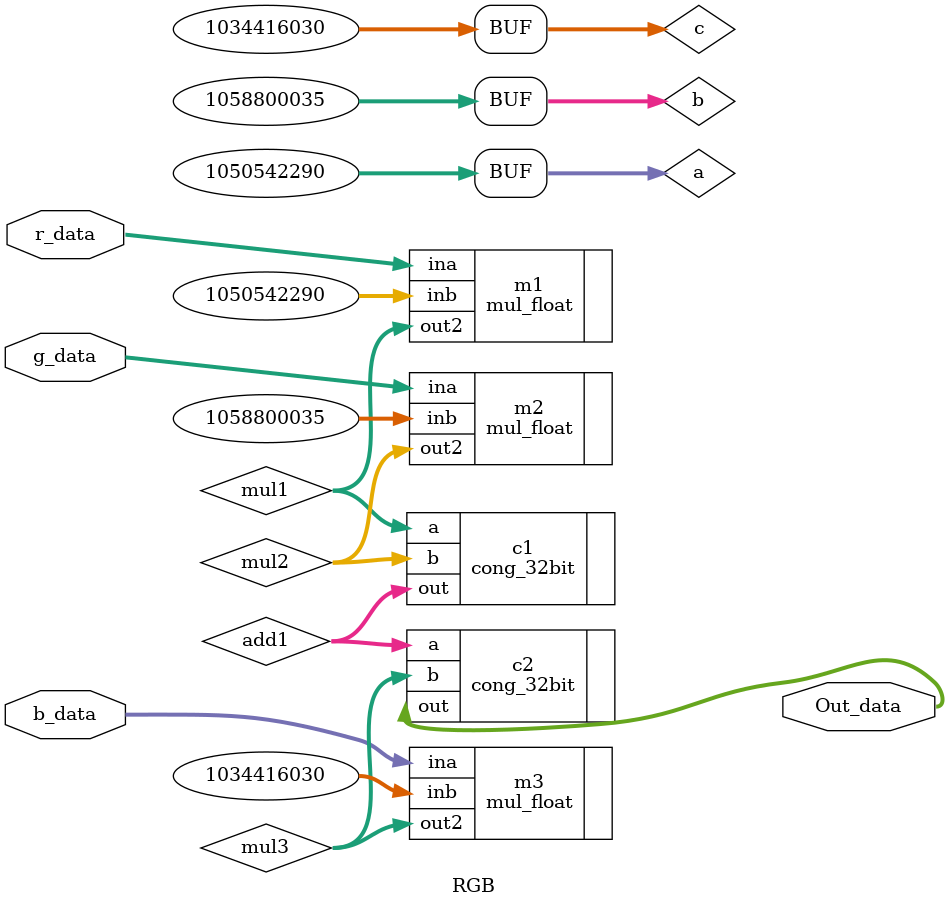
<source format=v>
module RGB(r_data,g_data,b_data,Out_data);

input [31:0]r_data,g_data,b_data;
output [31:0]Out_data;

wire [31:0]mul1,mul2,mul3,add1;
wire [31:0]a,b,c;
assign a = 32'b00111110100111100000000011010010;
assign b = 32'b00111111000111000000000110100011;
assign c = 32'b00111101101001111110111110011110;
mul_float m1(.ina(r_data),
             .inb(a),
				     .out2(mul1)
				 );
mul_float m2(.ina(g_data),
             .inb(b),
				    .out2(mul2)
				 );
mul_float m3(.ina(b_data),
             .inb(c),
				     .out2(mul3)
				 );
cong_32bit c1(.a(mul1),
              .b(mul2),
				      .out(add1)
				  );
cong_32bit c2(.a(add1),
              .b(mul3),
				      .out(Out_data)
				  );
endmodule
</source>
